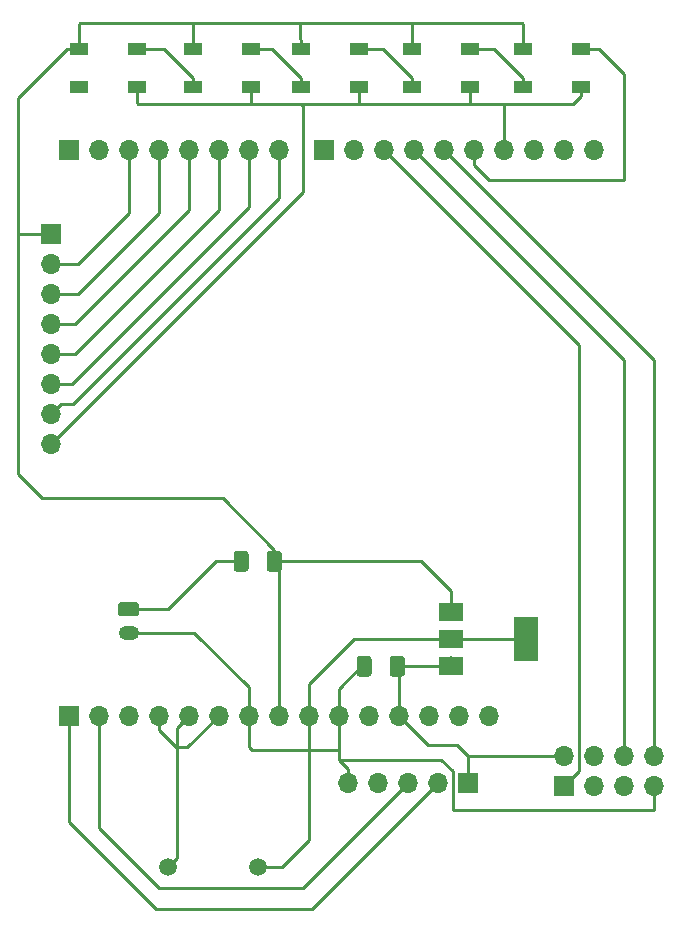
<source format=gbr>
G04 #@! TF.GenerationSoftware,KiCad,Pcbnew,(5.1.2-1)-1*
G04 #@! TF.CreationDate,2019-10-09T15:23:33+01:00*
G04 #@! TF.ProjectId,PixlVBoard,5069786c-5642-46f6-9172-642e6b696361,rev?*
G04 #@! TF.SameCoordinates,Original*
G04 #@! TF.FileFunction,Copper,L1,Top*
G04 #@! TF.FilePolarity,Positive*
%FSLAX46Y46*%
G04 Gerber Fmt 4.6, Leading zero omitted, Abs format (unit mm)*
G04 Created by KiCad (PCBNEW (5.1.2-1)-1) date 2019-10-09 15:23:33*
%MOMM*%
%LPD*%
G04 APERTURE LIST*
%ADD10C,1.508000*%
%ADD11O,1.700000X1.700000*%
%ADD12R,1.700000X1.700000*%
%ADD13C,0.150000*%
%ADD14C,1.250000*%
%ADD15R,2.000000X1.500000*%
%ADD16R,2.000000X3.800000*%
%ADD17O,1.750000X1.200000*%
%ADD18C,1.200000*%
%ADD19R,1.500000X1.000000*%
%ADD20C,0.250000*%
G04 APERTURE END LIST*
D10*
X183124000Y-127609600D03*
X175524000Y-127609600D03*
D11*
X165608000Y-91795600D03*
X165608000Y-89255600D03*
X165608000Y-86715600D03*
X165608000Y-84175600D03*
X165608000Y-81635600D03*
X165608000Y-79095600D03*
X165608000Y-76555600D03*
D12*
X165608000Y-74015600D03*
D11*
X190754000Y-120497600D03*
X193294000Y-120497600D03*
X195834000Y-120497600D03*
X198374000Y-120497600D03*
D12*
X200914000Y-120497600D03*
X209042000Y-120751600D03*
D11*
X209042000Y-118211600D03*
X211582000Y-120751600D03*
X211582000Y-118211600D03*
X214122000Y-120751600D03*
X214122000Y-118211600D03*
X216662000Y-120751600D03*
X216662000Y-118211600D03*
D13*
G36*
X184933504Y-100827804D02*
G01*
X184957773Y-100831404D01*
X184981571Y-100837365D01*
X185004671Y-100845630D01*
X185026849Y-100856120D01*
X185047893Y-100868733D01*
X185067598Y-100883347D01*
X185085777Y-100899823D01*
X185102253Y-100918002D01*
X185116867Y-100937707D01*
X185129480Y-100958751D01*
X185139970Y-100980929D01*
X185148235Y-101004029D01*
X185154196Y-101027827D01*
X185157796Y-101052096D01*
X185159000Y-101076600D01*
X185159000Y-102326600D01*
X185157796Y-102351104D01*
X185154196Y-102375373D01*
X185148235Y-102399171D01*
X185139970Y-102422271D01*
X185129480Y-102444449D01*
X185116867Y-102465493D01*
X185102253Y-102485198D01*
X185085777Y-102503377D01*
X185067598Y-102519853D01*
X185047893Y-102534467D01*
X185026849Y-102547080D01*
X185004671Y-102557570D01*
X184981571Y-102565835D01*
X184957773Y-102571796D01*
X184933504Y-102575396D01*
X184909000Y-102576600D01*
X184159000Y-102576600D01*
X184134496Y-102575396D01*
X184110227Y-102571796D01*
X184086429Y-102565835D01*
X184063329Y-102557570D01*
X184041151Y-102547080D01*
X184020107Y-102534467D01*
X184000402Y-102519853D01*
X183982223Y-102503377D01*
X183965747Y-102485198D01*
X183951133Y-102465493D01*
X183938520Y-102444449D01*
X183928030Y-102422271D01*
X183919765Y-102399171D01*
X183913804Y-102375373D01*
X183910204Y-102351104D01*
X183909000Y-102326600D01*
X183909000Y-101076600D01*
X183910204Y-101052096D01*
X183913804Y-101027827D01*
X183919765Y-101004029D01*
X183928030Y-100980929D01*
X183938520Y-100958751D01*
X183951133Y-100937707D01*
X183965747Y-100918002D01*
X183982223Y-100899823D01*
X184000402Y-100883347D01*
X184020107Y-100868733D01*
X184041151Y-100856120D01*
X184063329Y-100845630D01*
X184086429Y-100837365D01*
X184110227Y-100831404D01*
X184134496Y-100827804D01*
X184159000Y-100826600D01*
X184909000Y-100826600D01*
X184933504Y-100827804D01*
X184933504Y-100827804D01*
G37*
D14*
X184534000Y-101701600D03*
D13*
G36*
X182133504Y-100827804D02*
G01*
X182157773Y-100831404D01*
X182181571Y-100837365D01*
X182204671Y-100845630D01*
X182226849Y-100856120D01*
X182247893Y-100868733D01*
X182267598Y-100883347D01*
X182285777Y-100899823D01*
X182302253Y-100918002D01*
X182316867Y-100937707D01*
X182329480Y-100958751D01*
X182339970Y-100980929D01*
X182348235Y-101004029D01*
X182354196Y-101027827D01*
X182357796Y-101052096D01*
X182359000Y-101076600D01*
X182359000Y-102326600D01*
X182357796Y-102351104D01*
X182354196Y-102375373D01*
X182348235Y-102399171D01*
X182339970Y-102422271D01*
X182329480Y-102444449D01*
X182316867Y-102465493D01*
X182302253Y-102485198D01*
X182285777Y-102503377D01*
X182267598Y-102519853D01*
X182247893Y-102534467D01*
X182226849Y-102547080D01*
X182204671Y-102557570D01*
X182181571Y-102565835D01*
X182157773Y-102571796D01*
X182133504Y-102575396D01*
X182109000Y-102576600D01*
X181359000Y-102576600D01*
X181334496Y-102575396D01*
X181310227Y-102571796D01*
X181286429Y-102565835D01*
X181263329Y-102557570D01*
X181241151Y-102547080D01*
X181220107Y-102534467D01*
X181200402Y-102519853D01*
X181182223Y-102503377D01*
X181165747Y-102485198D01*
X181151133Y-102465493D01*
X181138520Y-102444449D01*
X181128030Y-102422271D01*
X181119765Y-102399171D01*
X181113804Y-102375373D01*
X181110204Y-102351104D01*
X181109000Y-102326600D01*
X181109000Y-101076600D01*
X181110204Y-101052096D01*
X181113804Y-101027827D01*
X181119765Y-101004029D01*
X181128030Y-100980929D01*
X181138520Y-100958751D01*
X181151133Y-100937707D01*
X181165747Y-100918002D01*
X181182223Y-100899823D01*
X181200402Y-100883347D01*
X181220107Y-100868733D01*
X181241151Y-100856120D01*
X181263329Y-100845630D01*
X181286429Y-100837365D01*
X181310227Y-100831404D01*
X181334496Y-100827804D01*
X181359000Y-100826600D01*
X182109000Y-100826600D01*
X182133504Y-100827804D01*
X182133504Y-100827804D01*
G37*
D14*
X181734000Y-101701600D03*
D13*
G36*
X192547504Y-109717804D02*
G01*
X192571773Y-109721404D01*
X192595571Y-109727365D01*
X192618671Y-109735630D01*
X192640849Y-109746120D01*
X192661893Y-109758733D01*
X192681598Y-109773347D01*
X192699777Y-109789823D01*
X192716253Y-109808002D01*
X192730867Y-109827707D01*
X192743480Y-109848751D01*
X192753970Y-109870929D01*
X192762235Y-109894029D01*
X192768196Y-109917827D01*
X192771796Y-109942096D01*
X192773000Y-109966600D01*
X192773000Y-111216600D01*
X192771796Y-111241104D01*
X192768196Y-111265373D01*
X192762235Y-111289171D01*
X192753970Y-111312271D01*
X192743480Y-111334449D01*
X192730867Y-111355493D01*
X192716253Y-111375198D01*
X192699777Y-111393377D01*
X192681598Y-111409853D01*
X192661893Y-111424467D01*
X192640849Y-111437080D01*
X192618671Y-111447570D01*
X192595571Y-111455835D01*
X192571773Y-111461796D01*
X192547504Y-111465396D01*
X192523000Y-111466600D01*
X191773000Y-111466600D01*
X191748496Y-111465396D01*
X191724227Y-111461796D01*
X191700429Y-111455835D01*
X191677329Y-111447570D01*
X191655151Y-111437080D01*
X191634107Y-111424467D01*
X191614402Y-111409853D01*
X191596223Y-111393377D01*
X191579747Y-111375198D01*
X191565133Y-111355493D01*
X191552520Y-111334449D01*
X191542030Y-111312271D01*
X191533765Y-111289171D01*
X191527804Y-111265373D01*
X191524204Y-111241104D01*
X191523000Y-111216600D01*
X191523000Y-109966600D01*
X191524204Y-109942096D01*
X191527804Y-109917827D01*
X191533765Y-109894029D01*
X191542030Y-109870929D01*
X191552520Y-109848751D01*
X191565133Y-109827707D01*
X191579747Y-109808002D01*
X191596223Y-109789823D01*
X191614402Y-109773347D01*
X191634107Y-109758733D01*
X191655151Y-109746120D01*
X191677329Y-109735630D01*
X191700429Y-109727365D01*
X191724227Y-109721404D01*
X191748496Y-109717804D01*
X191773000Y-109716600D01*
X192523000Y-109716600D01*
X192547504Y-109717804D01*
X192547504Y-109717804D01*
G37*
D14*
X192148000Y-110591600D03*
D13*
G36*
X195347504Y-109717804D02*
G01*
X195371773Y-109721404D01*
X195395571Y-109727365D01*
X195418671Y-109735630D01*
X195440849Y-109746120D01*
X195461893Y-109758733D01*
X195481598Y-109773347D01*
X195499777Y-109789823D01*
X195516253Y-109808002D01*
X195530867Y-109827707D01*
X195543480Y-109848751D01*
X195553970Y-109870929D01*
X195562235Y-109894029D01*
X195568196Y-109917827D01*
X195571796Y-109942096D01*
X195573000Y-109966600D01*
X195573000Y-111216600D01*
X195571796Y-111241104D01*
X195568196Y-111265373D01*
X195562235Y-111289171D01*
X195553970Y-111312271D01*
X195543480Y-111334449D01*
X195530867Y-111355493D01*
X195516253Y-111375198D01*
X195499777Y-111393377D01*
X195481598Y-111409853D01*
X195461893Y-111424467D01*
X195440849Y-111437080D01*
X195418671Y-111447570D01*
X195395571Y-111455835D01*
X195371773Y-111461796D01*
X195347504Y-111465396D01*
X195323000Y-111466600D01*
X194573000Y-111466600D01*
X194548496Y-111465396D01*
X194524227Y-111461796D01*
X194500429Y-111455835D01*
X194477329Y-111447570D01*
X194455151Y-111437080D01*
X194434107Y-111424467D01*
X194414402Y-111409853D01*
X194396223Y-111393377D01*
X194379747Y-111375198D01*
X194365133Y-111355493D01*
X194352520Y-111334449D01*
X194342030Y-111312271D01*
X194333765Y-111289171D01*
X194327804Y-111265373D01*
X194324204Y-111241104D01*
X194323000Y-111216600D01*
X194323000Y-109966600D01*
X194324204Y-109942096D01*
X194327804Y-109917827D01*
X194333765Y-109894029D01*
X194342030Y-109870929D01*
X194352520Y-109848751D01*
X194365133Y-109827707D01*
X194379747Y-109808002D01*
X194396223Y-109789823D01*
X194414402Y-109773347D01*
X194434107Y-109758733D01*
X194455151Y-109746120D01*
X194477329Y-109735630D01*
X194500429Y-109727365D01*
X194524227Y-109721404D01*
X194548496Y-109717804D01*
X194573000Y-109716600D01*
X195323000Y-109716600D01*
X195347504Y-109717804D01*
X195347504Y-109717804D01*
G37*
D14*
X194948000Y-110591600D03*
D15*
X199542000Y-106005600D03*
X199542000Y-110605600D03*
X199542000Y-108305600D03*
D16*
X205842000Y-108305600D03*
D11*
X202692000Y-114808000D03*
X200152000Y-114808000D03*
X197612000Y-114808000D03*
X195072000Y-114808000D03*
X192532000Y-114808000D03*
X189992000Y-114808000D03*
X187452000Y-114808000D03*
X184912000Y-114808000D03*
X182372000Y-114808000D03*
X179832000Y-114808000D03*
X177292000Y-114808000D03*
X174752000Y-114808000D03*
X172212000Y-114808000D03*
X169672000Y-114808000D03*
D12*
X167132000Y-114808000D03*
D17*
X172212000Y-107765600D03*
D13*
G36*
X172861505Y-105166804D02*
G01*
X172885773Y-105170404D01*
X172909572Y-105176365D01*
X172932671Y-105184630D01*
X172954850Y-105195120D01*
X172975893Y-105207732D01*
X172995599Y-105222347D01*
X173013777Y-105238823D01*
X173030253Y-105257001D01*
X173044868Y-105276707D01*
X173057480Y-105297750D01*
X173067970Y-105319929D01*
X173076235Y-105343028D01*
X173082196Y-105366827D01*
X173085796Y-105391095D01*
X173087000Y-105415599D01*
X173087000Y-106115601D01*
X173085796Y-106140105D01*
X173082196Y-106164373D01*
X173076235Y-106188172D01*
X173067970Y-106211271D01*
X173057480Y-106233450D01*
X173044868Y-106254493D01*
X173030253Y-106274199D01*
X173013777Y-106292377D01*
X172995599Y-106308853D01*
X172975893Y-106323468D01*
X172954850Y-106336080D01*
X172932671Y-106346570D01*
X172909572Y-106354835D01*
X172885773Y-106360796D01*
X172861505Y-106364396D01*
X172837001Y-106365600D01*
X171586999Y-106365600D01*
X171562495Y-106364396D01*
X171538227Y-106360796D01*
X171514428Y-106354835D01*
X171491329Y-106346570D01*
X171469150Y-106336080D01*
X171448107Y-106323468D01*
X171428401Y-106308853D01*
X171410223Y-106292377D01*
X171393747Y-106274199D01*
X171379132Y-106254493D01*
X171366520Y-106233450D01*
X171356030Y-106211271D01*
X171347765Y-106188172D01*
X171341804Y-106164373D01*
X171338204Y-106140105D01*
X171337000Y-106115601D01*
X171337000Y-105415599D01*
X171338204Y-105391095D01*
X171341804Y-105366827D01*
X171347765Y-105343028D01*
X171356030Y-105319929D01*
X171366520Y-105297750D01*
X171379132Y-105276707D01*
X171393747Y-105257001D01*
X171410223Y-105238823D01*
X171428401Y-105222347D01*
X171448107Y-105207732D01*
X171469150Y-105195120D01*
X171491329Y-105184630D01*
X171514428Y-105176365D01*
X171538227Y-105170404D01*
X171562495Y-105166804D01*
X171586999Y-105165600D01*
X172837001Y-105165600D01*
X172861505Y-105166804D01*
X172861505Y-105166804D01*
G37*
D18*
X172212000Y-105765600D03*
D19*
X172884000Y-61544000D03*
X172884000Y-58344000D03*
X167984000Y-61544000D03*
X167984000Y-58344000D03*
X210476000Y-61544000D03*
X210476000Y-58344000D03*
X205576000Y-61544000D03*
X205576000Y-58344000D03*
X201078000Y-61544000D03*
X201078000Y-58344000D03*
X196178000Y-61544000D03*
X196178000Y-58344000D03*
X191680000Y-61544000D03*
X191680000Y-58344000D03*
X186780000Y-61544000D03*
X186780000Y-58344000D03*
X177636000Y-58344000D03*
X177636000Y-61544000D03*
X182536000Y-58344000D03*
X182536000Y-61544000D03*
D12*
X167132000Y-66903600D03*
D11*
X169672000Y-66903600D03*
X172212000Y-66903600D03*
X174752000Y-66903600D03*
X177292000Y-66903600D03*
X179832000Y-66903600D03*
X182372000Y-66903600D03*
X184912000Y-66903600D03*
X211582000Y-66903600D03*
X209042000Y-66903600D03*
X206502000Y-66903600D03*
X203962000Y-66903600D03*
X201422000Y-66903600D03*
X198882000Y-66903600D03*
X196342000Y-66903600D03*
X193802000Y-66903600D03*
X191262000Y-66903600D03*
D12*
X188722000Y-66903600D03*
D20*
X177636000Y-60794000D02*
X177636000Y-61544000D01*
X175186000Y-58344000D02*
X177636000Y-60794000D01*
X172884000Y-58344000D02*
X175186000Y-58344000D01*
X186780000Y-60794000D02*
X186780000Y-61544000D01*
X184330000Y-58344000D02*
X186780000Y-60794000D01*
X182536000Y-58344000D02*
X184330000Y-58344000D01*
X196178000Y-60794000D02*
X196178000Y-61544000D01*
X193728000Y-58344000D02*
X196178000Y-60794000D01*
X191680000Y-58344000D02*
X193728000Y-58344000D01*
X205576000Y-60794000D02*
X205576000Y-61544000D01*
X203126000Y-58344000D02*
X205576000Y-60794000D01*
X201078000Y-58344000D02*
X203126000Y-58344000D01*
X172884000Y-62902000D02*
X172974000Y-62992000D01*
X172884000Y-61544000D02*
X172884000Y-62902000D01*
X182536000Y-62902000D02*
X182626000Y-62992000D01*
X182536000Y-61544000D02*
X182536000Y-62902000D01*
X172974000Y-62992000D02*
X182626000Y-62992000D01*
X191680000Y-62902000D02*
X191770000Y-62992000D01*
X191680000Y-61544000D02*
X191680000Y-62902000D01*
X201078000Y-61544000D02*
X201078000Y-62902000D01*
X201078000Y-62902000D02*
X201168000Y-62992000D01*
X191770000Y-62992000D02*
X201168000Y-62992000D01*
X210476000Y-61544000D02*
X210476000Y-62320000D01*
X210476000Y-62320000D02*
X209804000Y-62992000D01*
X212674000Y-59004000D02*
X212014000Y-58344000D01*
X212014000Y-58344000D02*
X210476000Y-58344000D01*
X167984000Y-56224000D02*
X168074000Y-56134000D01*
X167984000Y-58344000D02*
X167984000Y-56224000D01*
X205576000Y-58344000D02*
X205576000Y-56224000D01*
X205576000Y-56224000D02*
X205486000Y-56134000D01*
X196178000Y-56224000D02*
X196088000Y-56134000D01*
X196178000Y-58344000D02*
X196178000Y-56224000D01*
X196088000Y-56134000D02*
X205486000Y-56134000D01*
X186780000Y-57594000D02*
X186690000Y-57504000D01*
X186780000Y-58344000D02*
X186780000Y-57594000D01*
X186690000Y-57504000D02*
X186690000Y-56134000D01*
X186690000Y-56134000D02*
X196088000Y-56134000D01*
X177636000Y-58344000D02*
X177636000Y-56224000D01*
X177636000Y-56224000D02*
X177546000Y-56134000D01*
X177546000Y-56134000D02*
X186690000Y-56134000D01*
X168074000Y-56134000D02*
X177546000Y-56134000D01*
X179748000Y-114724000D02*
X179832000Y-114808000D01*
X187452000Y-113284000D02*
X187452000Y-114808000D01*
X187452000Y-112799000D02*
X187452000Y-113284000D01*
X201422000Y-66903600D02*
X201422000Y-68173600D01*
X201422000Y-68173600D02*
X202692000Y-69443600D01*
X202692000Y-69443600D02*
X214122000Y-69443600D01*
X214122000Y-60452000D02*
X212014000Y-58344000D01*
X214122000Y-69443600D02*
X214122000Y-60452000D01*
X203860400Y-62992000D02*
X209804000Y-62992000D01*
X203962000Y-63093600D02*
X203860400Y-62992000D01*
X203962000Y-66903600D02*
X203962000Y-63093600D01*
X201168000Y-62992000D02*
X203860400Y-62992000D01*
X210312000Y-78333600D02*
X198882000Y-66903600D01*
X211336000Y-79357600D02*
X210312000Y-78333600D01*
X187452000Y-117703600D02*
X189992000Y-117703600D01*
X187452000Y-116433600D02*
X187452000Y-114808000D01*
X187452000Y-125323600D02*
X187452000Y-120243600D01*
X187452000Y-120243600D02*
X187452000Y-117703600D01*
X195072000Y-114808000D02*
X195072000Y-110521536D01*
X189992000Y-112493600D02*
X192402000Y-110083600D01*
X189992000Y-114808000D02*
X189992000Y-112493600D01*
X199302000Y-110083600D02*
X199542000Y-109843600D01*
X198794000Y-110591600D02*
X199542000Y-109843600D01*
X195202000Y-110591600D02*
X198794000Y-110591600D01*
X187452000Y-117703600D02*
X187452000Y-116433600D01*
X185166000Y-127609600D02*
X187452000Y-125323600D01*
X183082000Y-127609600D02*
X185166000Y-127609600D01*
X187452000Y-122990000D02*
X187452000Y-122529600D01*
X187452000Y-112115600D02*
X187452000Y-113284000D01*
X199542000Y-104243600D02*
X199542000Y-105243600D01*
X197000000Y-101701600D02*
X199542000Y-104243600D01*
X191262000Y-108305600D02*
X191008000Y-108559600D01*
X199542000Y-108305600D02*
X191262000Y-108305600D01*
X216662000Y-84683600D02*
X210312000Y-78333600D01*
X216662000Y-118211600D02*
X216662000Y-84683600D01*
X196342000Y-66903600D02*
X214122000Y-84683600D01*
X214122000Y-84683600D02*
X214122000Y-118211600D01*
X216662000Y-120751600D02*
X216662000Y-122783600D01*
X187452000Y-122529600D02*
X187452000Y-122021600D01*
X187452000Y-122021600D02*
X187452000Y-120243600D01*
X202692000Y-122783600D02*
X202438000Y-122783600D01*
X210312000Y-83413600D02*
X193802000Y-66903600D01*
X210312000Y-119481600D02*
X210312000Y-83413600D01*
X209042000Y-120751600D02*
X210312000Y-119481600D01*
X184912000Y-101701600D02*
X197000000Y-101701600D01*
X166984000Y-58344000D02*
X167984000Y-58344000D01*
X162814000Y-62514000D02*
X166984000Y-58344000D01*
X176582000Y-115518000D02*
X177292000Y-114808000D01*
X200914000Y-120497600D02*
X200914000Y-118973600D01*
X190754000Y-119295519D02*
X189992000Y-118533519D01*
X190754000Y-120497600D02*
X190754000Y-119295519D01*
X189992000Y-118533519D02*
X189992000Y-117449600D01*
X189992000Y-117449600D02*
X189992000Y-114808000D01*
X189992000Y-117703600D02*
X189992000Y-117449600D01*
X189992000Y-118533519D02*
X198695919Y-118533519D01*
X198695919Y-118533519D02*
X199644000Y-119481600D01*
X199644000Y-119481600D02*
X199644000Y-122783600D01*
X199644000Y-122783600D02*
X216662000Y-122783600D01*
X199974200Y-117271800D02*
X197535800Y-117271800D01*
X200152000Y-117449600D02*
X199974200Y-117271800D01*
X197535800Y-117271800D02*
X195072000Y-114808000D01*
X200914000Y-120497600D02*
X200914000Y-118211600D01*
X209042000Y-118211600D02*
X200914000Y-118211600D01*
X199974200Y-117271800D02*
X200914000Y-118211600D01*
X167132000Y-114808000D02*
X167132000Y-123799600D01*
X167132000Y-123799600D02*
X174498000Y-131165600D01*
X187706000Y-131165600D02*
X198374000Y-120497600D01*
X174498000Y-131165600D02*
X187706000Y-131165600D01*
X169672000Y-114808000D02*
X169672000Y-124307600D01*
X169672000Y-124307600D02*
X174752000Y-129387600D01*
X186944000Y-129387600D02*
X195834000Y-120497600D01*
X174752000Y-129387600D02*
X186944000Y-129387600D01*
X165608000Y-74015600D02*
X164508000Y-74015600D01*
X162814000Y-74015600D02*
X162814000Y-62514000D01*
X164508000Y-74015600D02*
X162814000Y-74015600D01*
X165608000Y-91795600D02*
X186944000Y-70459600D01*
X186944000Y-70459600D02*
X186944000Y-63144400D01*
X186944000Y-63144400D02*
X186791600Y-62992000D01*
X186791600Y-62992000D02*
X191770000Y-62992000D01*
X182626000Y-62992000D02*
X186791600Y-62992000D01*
X165608000Y-76555600D02*
X167894000Y-76555600D01*
X172212000Y-72237600D02*
X172212000Y-66903600D01*
X167894000Y-76555600D02*
X172212000Y-72237600D01*
X165608000Y-79095600D02*
X167894000Y-79095600D01*
X174752000Y-72237600D02*
X174752000Y-66903600D01*
X167894000Y-79095600D02*
X174752000Y-72237600D01*
X165608000Y-81635600D02*
X167640000Y-81635600D01*
X177292000Y-71983600D02*
X177292000Y-66903600D01*
X167640000Y-81635600D02*
X177292000Y-71983600D01*
X165608000Y-84175600D02*
X167640000Y-84175600D01*
X167640000Y-84175600D02*
X179832000Y-71983600D01*
X179832000Y-71983600D02*
X179832000Y-66903600D01*
X165608000Y-86715600D02*
X167386000Y-86715600D01*
X182372000Y-71729600D02*
X182372000Y-66903600D01*
X167386000Y-86715600D02*
X182372000Y-71729600D01*
X166457999Y-88405601D02*
X167473999Y-88405601D01*
X165608000Y-89255600D02*
X166457999Y-88405601D01*
X184912000Y-70967600D02*
X184912000Y-66903600D01*
X167473999Y-88405601D02*
X184912000Y-70967600D01*
X189357000Y-110210600D02*
X187452000Y-112115600D01*
X191008000Y-108559600D02*
X189357000Y-110210600D01*
X172212000Y-105765600D02*
X175536400Y-105765600D01*
X200792000Y-108305600D02*
X205842000Y-108305600D01*
X199542000Y-108305600D02*
X200792000Y-108305600D01*
X184912000Y-114808000D02*
X184912000Y-101701600D01*
X164846000Y-96367600D02*
X162814000Y-94335600D01*
X184534000Y-100726600D02*
X180175000Y-96367600D01*
X162814000Y-94335600D02*
X162814000Y-74015600D01*
X180175000Y-96367600D02*
X164846000Y-96367600D01*
X184534000Y-101701600D02*
X184534000Y-100726600D01*
X179600400Y-101701600D02*
X175536400Y-105765600D01*
X181734000Y-101701600D02*
X179600400Y-101701600D01*
X172212000Y-107765600D02*
X177768000Y-107765600D01*
X182372000Y-112369600D02*
X182372000Y-114808000D01*
X177768000Y-107765600D02*
X182372000Y-112369600D01*
X182626000Y-117703600D02*
X182372000Y-117449600D01*
X187452000Y-117703600D02*
X182626000Y-117703600D01*
X182372000Y-114808000D02*
X182372000Y-117449600D01*
X176277999Y-115822001D02*
X177292000Y-114808000D01*
X175524000Y-127609600D02*
X176277999Y-126855601D01*
X176277999Y-117536080D02*
X176277999Y-118209601D01*
X174752000Y-116010081D02*
X176277999Y-117536080D01*
X174752000Y-114808000D02*
X174752000Y-116010081D01*
X176277999Y-126855601D02*
X176277999Y-118209601D01*
X177188401Y-117451599D02*
X176277999Y-117451599D01*
X179832000Y-114808000D02*
X177188401Y-117451599D01*
X176277999Y-117451599D02*
X176277999Y-115822001D01*
X176277999Y-118209601D02*
X176277999Y-117451599D01*
M02*

</source>
